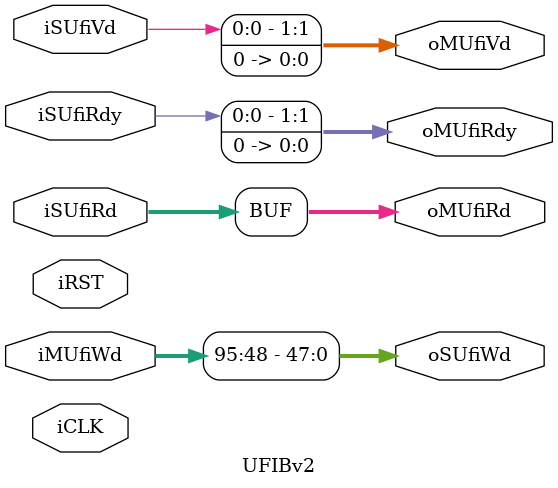
<source format=v>
/*-----------------------------------------------------------------------------
 * 1.
 * [31:31] Enable Bit				"1" Enable,   	"1" Disable
 * [30:30] R/W Select Bit			"1" ReadCmd,	"1" WriteCmd
 * [29:29] Burst Type Select Bit	"1" linear 		"0" wrapped
 * [28:16] NC
 * [15: 0] Burst Length
 *
 * 2. 
 * [31:31] Enable Bit				"1" Enable,   	"1" Disable
 * [30:29] NC
 * [28: 0] Memory R/W Start Adrs	Max 512[MB]
 *
 * [Read]
 * Master は Slave から出力されるデータは、必ず受け付ける状態でなければならない。
 *
 * 24-03-04 v1.00: new release
 *-----------------------------------------------------------------------------*/
module UFIBv2 #(
	// variable parameter
	parameter pBlockConnectNum 	= 	2,	// UfiBus Master接続ブロック数
	parameter pBlockAdrsWidth 	= 	2,
	parameter pUfiBusWidth		=  48,	// バスのデータ幅は、使用する外部RAMのデータ幅と合わせている
	// not valiable parameter
	parameter pMUfiDqWidth 		= pUfiBusWidth * pBlockConnectNum
)(
	// Ufi Bus Master Read
	input  [pUfiBusWidth-1:0] 		iSUfiRd,
	output [pUfiBusWidth-1:0] 		oMUfiRd,
	input  							iSUfiVd,
	output [pBlockConnectNum-1:0] 	oMUfiVd,
	// Ufi Bus Master Write
	output [pUfiBusWidth-1:0] 		oSUfiWd,
	input  [pMUfiDqWidth-1:0] 		iMUfiWd,
	input  							iSUfiRdy,
	output [pBlockConnectNum-1:0]	oMUfiRdy,
    // CLK Reset
    input  							iRST,
    input  							iCLK 
);

// read
assign oMUfiRd	= iSUfiRd;
assign oMUfiVd	= {iSUfiVd,1'b0};
// write
assign oSUfiWd	= iMUfiWd[pMUfiDqWidth-1:pUfiBusWidth];
assign oMUfiRdy	= {iSUfiRdy,1'b0};

endmodule
</source>
